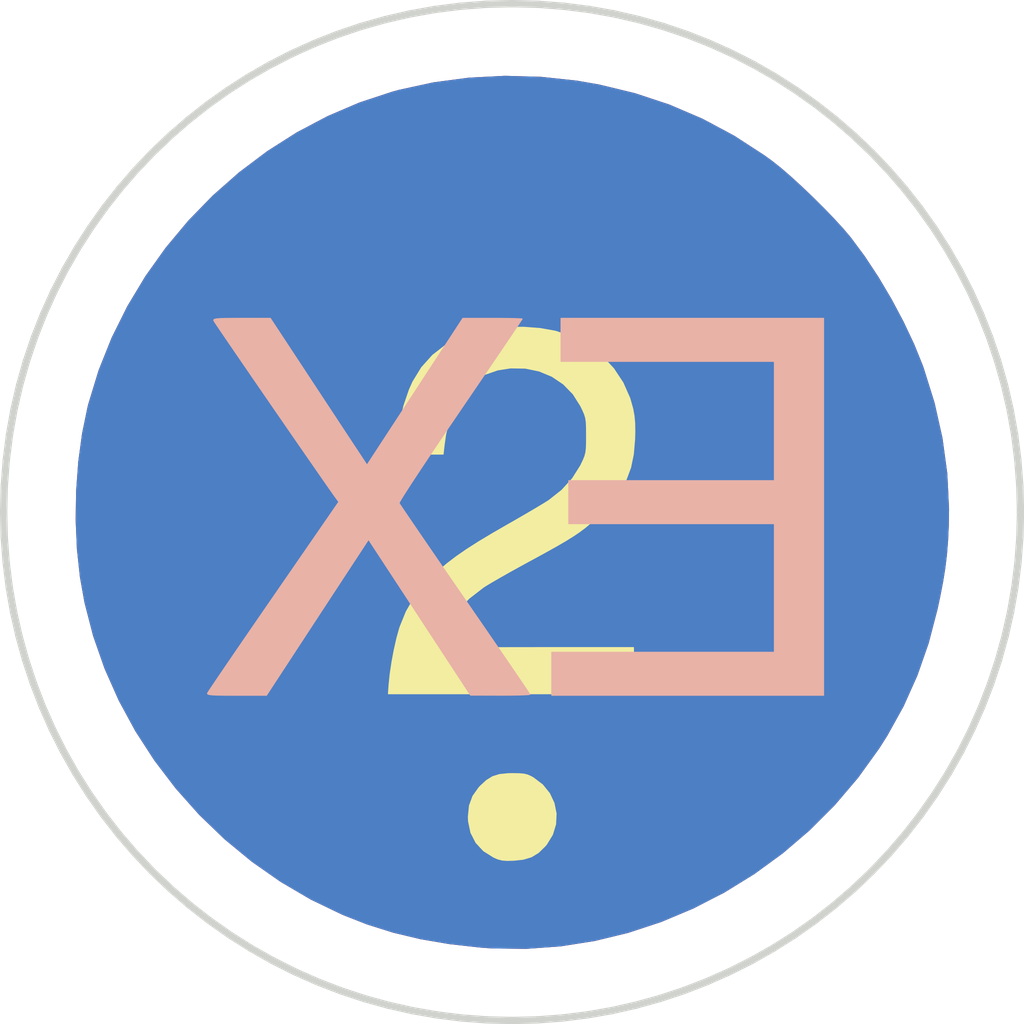
<source format=kicad_pcb>
(kicad_pcb (version 20171130) (host pcbnew 5.1.5+dfsg1-2build2)

  (general
    (thickness 1.6)
    (drawings 130)
    (tracks 0)
    (zones 0)
    (modules 4)
    (nets 1)
  )

  (page A4)
  (layers
    (0 F.Cu signal)
    (31 B.Cu signal)
    (32 B.Adhes user)
    (33 F.Adhes user)
    (34 B.Paste user)
    (35 F.Paste user)
    (36 B.SilkS user)
    (37 F.SilkS user)
    (38 B.Mask user)
    (39 F.Mask user)
    (40 Dwgs.User user)
    (41 Cmts.User user)
    (42 Eco1.User user)
    (43 Eco2.User user)
    (44 Edge.Cuts user)
    (45 Margin user)
    (46 B.CrtYd user)
    (47 F.CrtYd user)
    (48 B.Fab user)
    (49 F.Fab user)
  )

  (setup
    (last_trace_width 0.25)
    (trace_clearance 0.2)
    (zone_clearance 0.508)
    (zone_45_only no)
    (trace_min 0.2)
    (via_size 0.6)
    (via_drill 0.4)
    (via_min_size 0.4)
    (via_min_drill 0.3)
    (uvia_size 0.3)
    (uvia_drill 0.1)
    (uvias_allowed no)
    (uvia_min_size 0.2)
    (uvia_min_drill 0.1)
    (edge_width 0.15)
    (segment_width 0.2)
    (pcb_text_width 0.3)
    (pcb_text_size 1.5 1.5)
    (mod_edge_width 0.15)
    (mod_text_size 1 1)
    (mod_text_width 0.15)
    (pad_size 1.524 1.524)
    (pad_drill 0.762)
    (pad_to_mask_clearance 0.2)
    (aux_axis_origin 0 0)
    (visible_elements FFFFFF7F)
    (pcbplotparams
      (layerselection 0x010f0_ffffffff)
      (usegerberextensions false)
      (usegerberattributes false)
      (usegerberadvancedattributes false)
      (creategerberjobfile false)
      (excludeedgelayer true)
      (linewidth 0.100000)
      (plotframeref false)
      (viasonmask false)
      (mode 1)
      (useauxorigin false)
      (hpglpennumber 1)
      (hpglpenspeed 20)
      (hpglpendiameter 15.000000)
      (psnegative false)
      (psa4output false)
      (plotreference true)
      (plotvalue true)
      (plotinvisibletext false)
      (padsonsilk false)
      (subtractmaskfromsilk false)
      (outputformat 1)
      (mirror false)
      (drillshape 0)
      (scaleselection 1)
      (outputdirectory "gerbers/"))
  )

  (net 0 "")

  (net_class Default "This is the default net class."
    (clearance 0.2)
    (trace_width 0.25)
    (via_dia 0.6)
    (via_drill 0.4)
    (uvia_dia 0.3)
    (uvia_drill 0.1)
  )

  (module LOGO (layer F.Cu) (tedit 0) (tstamp 0)
    (at 0 0)
    (fp_text reference G*** (at 0 0) (layer F.SilkS) hide
      (effects (font (size 1.524 1.524) (thickness 0.3)))
    )
    (fp_text value LOGO (at 0.75 0) (layer F.SilkS) hide
      (effects (font (size 1.524 1.524) (thickness 0.3)))
    )
    (fp_poly (pts (xy -0.653666 -7.004494) (xy -0.162131 -6.951857) (xy 0.140773 -6.899218) (xy 0.632356 -6.7803)
      (xy 1.103543 -6.624376) (xy 1.555081 -6.431115) (xy 1.987714 -6.200188) (xy 2.402189 -5.931265)
      (xy 2.517121 -5.847596) (xy 2.632039 -5.756094) (xy 2.766843 -5.639358) (xy 2.91418 -5.504559)
      (xy 3.066697 -5.35887) (xy 3.217042 -5.209461) (xy 3.357863 -5.063506) (xy 3.481806 -4.928175)
      (xy 3.581519 -4.810642) (xy 3.586157 -4.804833) (xy 3.775778 -4.549418) (xy 3.963274 -4.26484)
      (xy 4.142561 -3.96199) (xy 4.307555 -3.65176) (xy 4.45217 -3.345041) (xy 4.570323 -3.052724)
      (xy 4.580125 -3.025609) (xy 4.730615 -2.544491) (xy 4.838822 -2.061537) (xy 4.904741 -1.576771)
      (xy 4.928369 -1.090217) (xy 4.924731 -0.85725) (xy 4.914848 -0.654055) (xy 4.89975 -0.467549)
      (xy 4.8778 -0.285602) (xy 4.847362 -0.096088) (xy 4.806797 0.113122) (xy 4.771477 0.277882)
      (xy 4.649815 0.744356) (xy 4.495622 1.186067) (xy 4.307054 1.607414) (xy 4.082268 2.012792)
      (xy 3.971125 2.187669) (xy 3.683055 2.587251) (xy 3.365904 2.959808) (xy 3.022156 3.3041)
      (xy 2.654298 3.618885) (xy 2.264815 3.902924) (xy 1.856194 4.154977) (xy 1.43092 4.373801)
      (xy 0.991479 4.558158) (xy 0.540358 4.706807) (xy 0.080041 4.818506) (xy -0.386985 4.892017)
      (xy -0.858235 4.926097) (xy -1.331223 4.919508) (xy -1.481666 4.908682) (xy -1.907703 4.861149)
      (xy -2.303099 4.79385) (xy -2.675558 4.704961) (xy -3.032785 4.592656) (xy -3.364929 4.462672)
      (xy -3.800305 4.253803) (xy -4.216549 4.009815) (xy -4.611722 3.733205) (xy -4.983884 3.426467)
      (xy -5.331093 3.092095) (xy -5.65141 2.732584) (xy -5.942893 2.350428) (xy -6.203602 1.948123)
      (xy -6.431597 1.528164) (xy -6.624937 1.093044) (xy -6.781682 0.645258) (xy -6.899891 0.187301)
      (xy -6.962158 -0.161807) (xy -7.003273 -0.542992) (xy -7.020364 -0.940226) (xy -7.013929 -1.343269)
      (xy -6.984464 -1.741884) (xy -6.932467 -2.12583) (xy -6.858435 -2.48487) (xy -6.847158 -2.529416)
      (xy -6.706761 -2.989062) (xy -6.52836 -3.435037) (xy -6.314157 -3.865115) (xy -6.066356 -4.277068)
      (xy -5.787161 -4.668668) (xy -5.478776 -5.037688) (xy -5.143404 -5.3819) (xy -4.78325 -5.699076)
      (xy -4.400517 -5.986988) (xy -3.997409 -6.24341) (xy -3.576129 -6.466113) (xy -3.138882 -6.652869)
      (xy -2.687871 -6.801451) (xy -2.596289 -6.82637) (xy -2.124388 -6.92893) (xy -1.639908 -6.992895)
      (xy -1.147963 -7.018128) (xy -0.653666 -7.004494)) (layer B.Cu) (width 0.01))
  )

  (module LOGO (layer F.Cu) (tedit 0) (tstamp 0)
    (at 0 0)
    (fp_text reference G*** (at 0 0) (layer F.SilkS) hide
      (effects (font (size 1.524 1.524) (thickness 0.3)))
    )
    (fp_text value LOGO (at 0.75 0) (layer F.SilkS) hide
      (effects (font (size 1.524 1.524) (thickness 0.3)))
    )
    (fp_poly (pts (xy -3.881803 -2.979208) (xy -3.769704 -2.808904) (xy -3.657291 -2.638166) (xy -3.548422 -2.472849)
      (xy -3.446952 -2.318808) (xy -3.356738 -2.181898) (xy -3.281638 -2.067975) (xy -3.225508 -1.982891)
      (xy -3.22047 -1.975261) (xy -3.036258 -1.696272) (xy -2.380671 -2.699967) (xy -1.725083 -3.703662)
      (xy -1.317625 -3.703914) (xy -1.191524 -3.703534) (xy -1.081289 -3.702326) (xy -0.993379 -3.700434)
      (xy -0.934253 -3.698) (xy -0.910368 -3.695168) (xy -0.910166 -3.694875) (xy -0.921789 -3.676298)
      (xy -0.955391 -3.625566) (xy -1.009077 -3.545482) (xy -1.080949 -3.438849) (xy -1.16911 -3.308469)
      (xy -1.271664 -3.157144) (xy -1.386713 -2.987679) (xy -1.512361 -2.802874) (xy -1.64671 -2.605532)
      (xy -1.757771 -2.442584) (xy -1.8976 -2.236953) (xy -2.029951 -2.041207) (xy -2.152944 -1.858193)
      (xy -2.264703 -1.690758) (xy -2.363351 -1.541749) (xy -2.447009 -1.414012) (xy -2.513799 -1.310396)
      (xy -2.561846 -1.233746) (xy -2.58927 -1.186909) (xy -2.595131 -1.172887) (xy -2.581718 -1.151526)
      (xy -2.546135 -1.098124) (xy -2.490285 -1.015466) (xy -2.41607 -0.906333) (xy -2.325393 -0.773508)
      (xy -2.220156 -0.619775) (xy -2.102261 -0.447915) (xy -1.973612 -0.260713) (xy -1.83611 -0.06095)
      (xy -1.69461 0.144313) (xy -1.550586 0.353251) (xy -1.413787 0.552038) (xy -1.286086 0.737931)
      (xy -1.169357 0.908185) (xy -1.065473 1.060057) (xy -0.97631 1.190805) (xy -0.90374 1.297683)
      (xy -0.849638 1.37795) (xy -0.815878 1.428861) (xy -0.804333 1.447658) (xy -0.824422 1.451581)
      (xy -0.880385 1.454914) (xy -0.965762 1.457468) (xy -1.074095 1.459056) (xy -1.198925 1.459492)
      (xy -1.211791 1.459466) (xy -1.61925 1.458432) (xy -2.317326 0.393258) (xy -3.015403 -0.671916)
      (xy -3.280695 -0.267166) (xy -3.357757 -0.149561) (xy -3.452895 -0.004318) (xy -3.561008 0.160773)
      (xy -3.676997 0.337925) (xy -3.795763 0.519349) (xy -3.912204 0.697255) (xy -3.978813 0.799042)
      (xy -4.41164 1.4605) (xy -4.822168 1.4605) (xy -4.964681 1.460147) (xy -5.069988 1.458812)
      (xy -5.143212 1.456084) (xy -5.189477 1.451551) (xy -5.213907 1.444802) (xy -5.221624 1.435425)
      (xy -5.220417 1.428503) (xy -5.206664 1.406274) (xy -5.170735 1.352024) (xy -5.114537 1.268548)
      (xy -5.039978 1.158639) (xy -4.948966 1.025093) (xy -4.843407 0.870703) (xy -4.72521 0.698263)
      (xy -4.596281 0.510568) (xy -4.45853 0.310412) (xy -4.315997 0.103682) (xy -3.423854 -1.189142)
      (xy -3.465009 -1.245446) (xy -3.498038 -1.291618) (xy -3.550638 -1.366402) (xy -3.620429 -1.466342)
      (xy -3.705031 -1.587982) (xy -3.802064 -1.727866) (xy -3.909147 -1.882539) (xy -4.023902 -2.048545)
      (xy -4.143948 -2.222428) (xy -4.266906 -2.400733) (xy -4.390394 -2.580004) (xy -4.512034 -2.756785)
      (xy -4.629446 -2.927621) (xy -4.740249 -3.089057) (xy -4.842063 -3.237635) (xy -4.932509 -3.369902)
      (xy -5.009207 -3.482401) (xy -5.069777 -3.571676) (xy -5.111838 -3.634272) (xy -5.133011 -3.666733)
      (xy -5.135048 -3.670338) (xy -5.135874 -3.682246) (xy -5.124353 -3.691011) (xy -5.095182 -3.697103)
      (xy -5.043058 -3.700992) (xy -4.962678 -3.703148) (xy -4.848741 -3.704041) (xy -4.753476 -3.704166)
      (xy -4.358923 -3.704166) (xy -3.881803 -2.979208)) (layer B.SilkS) (width 0.01))
    (fp_poly (pts (xy 3.217334 1.4605) (xy -0.508 1.4605) (xy -0.508 0.867834) (xy 2.54 0.867834)
      (xy 2.54 -0.889) (xy -0.275166 -0.889) (xy -0.275166 -1.481666) (xy 2.54 -1.481666)
      (xy 2.54 -3.1115) (xy -0.381 -3.1115) (xy -0.381 -3.704166) (xy 3.217334 -3.704166)
      (xy 3.217334 1.4605)) (layer B.SilkS) (width 0.01))
  )

  (module LOGO (layer F.Cu) (tedit 0) (tstamp 0)
    (at 0 0)
    (fp_text reference G*** (at 0 0) (layer F.SilkS) hide
      (effects (font (size 1.524 1.524) (thickness 0.3)))
    )
    (fp_text value LOGO (at 0.75 0) (layer F.SilkS) hide
      (effects (font (size 1.524 1.524) (thickness 0.3)))
    )
    (fp_poly (pts (xy -0.653666 -7.004494) (xy -0.162131 -6.951857) (xy 0.140773 -6.899218) (xy 0.632356 -6.7803)
      (xy 1.103543 -6.624376) (xy 1.555081 -6.431115) (xy 1.987714 -6.200188) (xy 2.402189 -5.931265)
      (xy 2.517121 -5.847596) (xy 2.632039 -5.756094) (xy 2.766843 -5.639358) (xy 2.91418 -5.504559)
      (xy 3.066697 -5.35887) (xy 3.217042 -5.209461) (xy 3.357863 -5.063506) (xy 3.481806 -4.928175)
      (xy 3.581519 -4.810642) (xy 3.586157 -4.804833) (xy 3.775778 -4.549418) (xy 3.963274 -4.26484)
      (xy 4.142561 -3.96199) (xy 4.307555 -3.65176) (xy 4.45217 -3.345041) (xy 4.570323 -3.052724)
      (xy 4.580125 -3.025609) (xy 4.730615 -2.544491) (xy 4.838822 -2.061537) (xy 4.904741 -1.576771)
      (xy 4.928369 -1.090217) (xy 4.924731 -0.85725) (xy 4.914848 -0.654055) (xy 4.89975 -0.467549)
      (xy 4.8778 -0.285602) (xy 4.847362 -0.096088) (xy 4.806797 0.113122) (xy 4.771477 0.277882)
      (xy 4.649815 0.744356) (xy 4.495622 1.186067) (xy 4.307054 1.607414) (xy 4.082268 2.012792)
      (xy 3.971125 2.187669) (xy 3.683055 2.587251) (xy 3.365904 2.959808) (xy 3.022156 3.3041)
      (xy 2.654298 3.618885) (xy 2.264815 3.902924) (xy 1.856194 4.154977) (xy 1.43092 4.373801)
      (xy 0.991479 4.558158) (xy 0.540358 4.706807) (xy 0.080041 4.818506) (xy -0.386985 4.892017)
      (xy -0.858235 4.926097) (xy -1.331223 4.919508) (xy -1.481666 4.908682) (xy -1.907703 4.861149)
      (xy -2.303099 4.79385) (xy -2.675558 4.704961) (xy -3.032785 4.592656) (xy -3.364929 4.462672)
      (xy -3.800305 4.253803) (xy -4.216549 4.009815) (xy -4.611722 3.733205) (xy -4.983884 3.426467)
      (xy -5.331093 3.092095) (xy -5.65141 2.732584) (xy -5.942893 2.350428) (xy -6.203602 1.948123)
      (xy -6.431597 1.528164) (xy -6.624937 1.093044) (xy -6.781682 0.645258) (xy -6.899891 0.187301)
      (xy -6.962158 -0.161807) (xy -7.003273 -0.542992) (xy -7.020364 -0.940226) (xy -7.013929 -1.343269)
      (xy -6.984464 -1.741884) (xy -6.932467 -2.12583) (xy -6.858435 -2.48487) (xy -6.847158 -2.529416)
      (xy -6.706761 -2.989062) (xy -6.52836 -3.435037) (xy -6.314157 -3.865115) (xy -6.066356 -4.277068)
      (xy -5.787161 -4.668668) (xy -5.478776 -5.037688) (xy -5.143404 -5.3819) (xy -4.78325 -5.699076)
      (xy -4.400517 -5.986988) (xy -3.997409 -6.24341) (xy -3.576129 -6.466113) (xy -3.138882 -6.652869)
      (xy -2.687871 -6.801451) (xy -2.596289 -6.82637) (xy -2.124388 -6.92893) (xy -1.639908 -6.992895)
      (xy -1.147963 -7.018128) (xy -0.653666 -7.004494)) (layer F.Cu) (width 0.01))
  )

  (module LOGO (layer F.Cu) (tedit 0) (tstamp 0)
    (at 0 0)
    (fp_text reference G*** (at 0 0) (layer F.SilkS) hide
      (effects (font (size 1.524 1.524) (thickness 0.3)))
    )
    (fp_text value LOGO (at 0.75 0) (layer F.SilkS) hide
      (effects (font (size 1.524 1.524) (thickness 0.3)))
    )
    (fp_poly (pts (xy -0.951661 2.530912) (xy -0.884409 2.536921) (xy -0.832541 2.550288) (xy -0.782607 2.573707)
      (xy -0.758485 2.587476) (xy -0.631097 2.684397) (xy -0.535689 2.802844) (xy -0.473341 2.936568)
      (xy -0.44513 3.079317) (xy -0.452137 3.224842) (xy -0.49544 3.36689) (xy -0.576118 3.499213)
      (xy -0.596834 3.523961) (xy -0.688681 3.613292) (xy -0.78491 3.672072) (xy -0.897642 3.705815)
      (xy -1.026583 3.7195) (xy -1.1202 3.721825) (xy -1.187881 3.716528) (xy -1.245708 3.701113)
      (xy -1.302193 3.676732) (xy -1.440396 3.589464) (xy -1.545066 3.476921) (xy -1.614674 3.341539)
      (xy -1.647693 3.185754) (xy -1.650328 3.122084) (xy -1.635158 2.969944) (xy -1.587822 2.839844)
      (xy -1.504708 2.722571) (xy -1.4858 2.702248) (xy -1.399841 2.623069) (xy -1.315811 2.571374)
      (xy -1.221049 2.54217) (xy -1.102891 2.530467) (xy -1.04775 2.529569) (xy -0.951661 2.530912)) (layer F.SilkS) (width 0.01))
    (fp_poly (pts (xy -0.665243 -3.564997) (xy -0.459344 -3.528014) (xy -0.445306 -3.524459) (xy -0.21506 -3.444382)
      (xy -0.0049 -3.330456) (xy 0.181623 -3.186264) (xy 0.340964 -3.015386) (xy 0.469575 -2.821405)
      (xy 0.563907 -2.607901) (xy 0.604132 -2.465014) (xy 0.621865 -2.367053) (xy 0.63106 -2.264233)
      (xy 0.632572 -2.14261) (xy 0.629813 -2.046192) (xy 0.612242 -1.839555) (xy 0.574496 -1.657896)
      (xy 0.512689 -1.492691) (xy 0.422938 -1.335419) (xy 0.301359 -1.177557) (xy 0.169334 -1.035783)
      (xy 0.09395 -0.961506) (xy 0.022835 -0.89594) (xy -0.049157 -0.835639) (xy -0.127174 -0.777162)
      (xy -0.216361 -0.717066) (xy -0.321865 -0.651907) (xy -0.448832 -0.578242) (xy -0.602409 -0.49263)
      (xy -0.787741 -0.391625) (xy -0.817914 -0.375304) (xy -0.958044 -0.298838) (xy -1.093416 -0.223642)
      (xy -1.217183 -0.153619) (xy -1.322498 -0.092675) (xy -1.402511 -0.044715) (xy -1.442331 -0.019254)
      (xy -1.637133 0.131152) (xy -1.791298 0.29089) (xy -1.905703 0.461) (xy -1.969649 0.606591)
      (xy -1.985017 0.646921) (xy -1.999332 0.681421) (xy -2.009696 0.710542) (xy -2.013216 0.734734)
      (xy -2.006995 0.754447) (xy -1.988138 0.770132) (xy -1.95375 0.782239) (xy -1.900934 0.791219)
      (xy -1.826796 0.797523) (xy -1.728439 0.801599) (xy -1.602969 0.8039) (xy -1.44749 0.804875)
      (xy -1.259106 0.804975) (xy -1.034922 0.80465) (xy -0.772043 0.804351) (xy -0.6985 0.804334)
      (xy 0.613834 0.804334) (xy 0.613834 1.439334) (xy -2.744566 1.439334) (xy -2.736164 1.317625)
      (xy -2.721206 1.17044) (xy -2.696567 1.005096) (xy -2.664986 0.835979) (xy -2.629202 0.677471)
      (xy -2.591956 0.543959) (xy -2.584478 0.521243) (xy -2.500373 0.313808) (xy -2.394945 0.129972)
      (xy -2.260471 -0.04244) (xy -2.159906 -0.148166) (xy -2.052639 -0.249226) (xy -1.939033 -0.345672)
      (xy -1.813595 -0.44133) (xy -1.670832 -0.540026) (xy -1.50525 -0.645585) (xy -1.311355 -0.761831)
      (xy -1.121833 -0.870962) (xy -0.987819 -0.947576) (xy -0.858875 -1.022255) (xy -0.741936 -1.090909)
      (xy -0.643933 -1.14945) (xy -0.571799 -1.19379) (xy -0.544049 -1.211722) (xy -0.369101 -1.350276)
      (xy -0.223974 -1.509358) (xy -0.114484 -1.682552) (xy -0.111135 -1.689262) (xy -0.077046 -1.759857)
      (xy -0.054449 -1.815311) (xy -0.040982 -1.867708) (xy -0.034284 -1.929131) (xy -0.031995 -2.011662)
      (xy -0.03175 -2.0955) (xy -0.03227 -2.201999) (xy -0.03541 -2.27826) (xy -0.043539 -2.336378)
      (xy -0.059027 -2.388447) (xy -0.084243 -2.446562) (xy -0.111461 -2.502397) (xy -0.214707 -2.665739)
      (xy -0.346709 -2.801035) (xy -0.50285 -2.906287) (xy -0.678516 -2.979495) (xy -0.869089 -3.018659)
      (xy -1.069953 -3.02178) (xy -1.246999 -2.994209) (xy -1.428015 -2.931593) (xy -1.58402 -2.834947)
      (xy -1.715049 -2.704225) (xy -1.821134 -2.53938) (xy -1.902311 -2.340365) (xy -1.958611 -2.107131)
      (xy -1.979102 -1.963208) (xy -1.992713 -1.8415) (xy -2.630915 -1.8415) (xy -2.61688 -2.041158)
      (xy -2.587385 -2.271588) (xy -2.533245 -2.504241) (xy -2.458775 -2.72267) (xy -2.408531 -2.835223)
      (xy -2.289238 -3.029904) (xy -2.137834 -3.198471) (xy -1.957227 -3.338592) (xy -1.750327 -3.447937)
      (xy -1.562186 -3.513249) (xy -1.355711 -3.555849) (xy -1.127808 -3.57877) (xy -0.892858 -3.581867)
      (xy -0.665243 -3.564997)) (layer F.SilkS) (width 0.01))
  )

  (gr_line (start 5.9113 -1.0498) (end 5.9028 -0.7046) (layer Edge.Cuts) (width 0.1))
  (gr_line (start 5.9028 -0.7046) (end 5.8774 -0.3618) (layer Edge.Cuts) (width 0.1))
  (gr_line (start 5.8774 -0.3618) (end 5.8351 -0.0219) (layer Edge.Cuts) (width 0.1))
  (gr_line (start 5.8351 -0.0219) (end 5.7764 0.3147) (layer Edge.Cuts) (width 0.1))
  (gr_line (start 5.7764 0.3147) (end 5.7014 0.647) (layer Edge.Cuts) (width 0.1))
  (gr_line (start 5.7014 0.647) (end 5.6105 0.9748) (layer Edge.Cuts) (width 0.1))
  (gr_line (start 5.6105 0.9748) (end 5.5037 1.2974) (layer Edge.Cuts) (width 0.1))
  (gr_line (start 5.5037 1.2974) (end 5.3814 1.6142) (layer Edge.Cuts) (width 0.1))
  (gr_line (start 5.3814 1.6142) (end 5.2439 1.9247) (layer Edge.Cuts) (width 0.1))
  (gr_line (start 5.2439 1.9247) (end 5.0913 2.2282) (layer Edge.Cuts) (width 0.1))
  (gr_line (start 5.0913 2.2282) (end 4.9239 2.5243) (layer Edge.Cuts) (width 0.1))
  (gr_line (start 4.9239 2.5243) (end 4.7418 2.8123) (layer Edge.Cuts) (width 0.1))
  (gr_line (start 4.7418 2.8123) (end 4.5454 3.0918) (layer Edge.Cuts) (width 0.1))
  (gr_line (start 4.5454 3.0918) (end 4.3349 3.362) (layer Edge.Cuts) (width 0.1))
  (gr_line (start 4.3349 3.362) (end 4.1105 3.6225) (layer Edge.Cuts) (width 0.1))
  (gr_line (start 4.1105 3.6225) (end 3.8725 3.8726) (layer Edge.Cuts) (width 0.1))
  (gr_line (start 3.8725 3.8726) (end 3.6223 4.1107) (layer Edge.Cuts) (width 0.1))
  (gr_line (start 3.6223 4.1107) (end 3.3619 4.335) (layer Edge.Cuts) (width 0.1))
  (gr_line (start 3.3619 4.335) (end 3.0916 4.5455) (layer Edge.Cuts) (width 0.1))
  (gr_line (start 3.0916 4.5455) (end 2.8122 4.742) (layer Edge.Cuts) (width 0.1))
  (gr_line (start 2.8122 4.742) (end 2.5241 4.924) (layer Edge.Cuts) (width 0.1))
  (gr_line (start 2.5241 4.924) (end 2.228 5.0915) (layer Edge.Cuts) (width 0.1))
  (gr_line (start 2.228 5.0915) (end 1.9245 5.2441) (layer Edge.Cuts) (width 0.1))
  (gr_line (start 1.9245 5.2441) (end 1.614 5.3816) (layer Edge.Cuts) (width 0.1))
  (gr_line (start 1.614 5.3816) (end 1.2973 5.5039) (layer Edge.Cuts) (width 0.1))
  (gr_line (start 1.2973 5.5039) (end 0.9746 5.6107) (layer Edge.Cuts) (width 0.1))
  (gr_line (start 0.9746 5.6107) (end 0.6469 5.7016) (layer Edge.Cuts) (width 0.1))
  (gr_line (start 0.6469 5.7016) (end 0.3145 5.7766) (layer Edge.Cuts) (width 0.1))
  (gr_line (start 0.3145 5.7766) (end -0.022 5.8353) (layer Edge.Cuts) (width 0.1))
  (gr_line (start -0.022 5.8353) (end -0.362 5.8775) (layer Edge.Cuts) (width 0.1))
  (gr_line (start -0.362 5.8775) (end -0.7047 5.903) (layer Edge.Cuts) (width 0.1))
  (gr_line (start -0.7047 5.903) (end -1.05 5.9115) (layer Edge.Cuts) (width 0.1))
  (gr_line (start -1.05 5.9115) (end -1.3952 5.903) (layer Edge.Cuts) (width 0.1))
  (gr_line (start -1.3952 5.903) (end -1.738 5.8775) (layer Edge.Cuts) (width 0.1))
  (gr_line (start -1.738 5.8775) (end -2.078 5.8353) (layer Edge.Cuts) (width 0.1))
  (gr_line (start -2.078 5.8353) (end -2.4144 5.7766) (layer Edge.Cuts) (width 0.1))
  (gr_line (start -2.4144 5.7766) (end -2.7468 5.7016) (layer Edge.Cuts) (width 0.1))
  (gr_line (start -2.7468 5.7016) (end -3.0746 5.6107) (layer Edge.Cuts) (width 0.1))
  (gr_line (start -3.0746 5.6107) (end -3.3972 5.5039) (layer Edge.Cuts) (width 0.1))
  (gr_line (start -3.3972 5.5039) (end -3.714 5.3816) (layer Edge.Cuts) (width 0.1))
  (gr_line (start -3.714 5.3816) (end -4.0244 5.2441) (layer Edge.Cuts) (width 0.1))
  (gr_line (start -4.0244 5.2441) (end -4.328 5.0915) (layer Edge.Cuts) (width 0.1))
  (gr_line (start -4.328 5.0915) (end -4.6241 4.924) (layer Edge.Cuts) (width 0.1))
  (gr_line (start -4.6241 4.924) (end -4.9122 4.742) (layer Edge.Cuts) (width 0.1))
  (gr_line (start -4.9122 4.742) (end -5.1915 4.5455) (layer Edge.Cuts) (width 0.1))
  (gr_line (start -5.1915 4.5455) (end -5.4618 4.335) (layer Edge.Cuts) (width 0.1))
  (gr_line (start -5.4618 4.335) (end -5.7222 4.1107) (layer Edge.Cuts) (width 0.1))
  (gr_line (start -5.7222 4.1107) (end -5.9724 3.8726) (layer Edge.Cuts) (width 0.1))
  (gr_line (start -5.9724 3.8726) (end -6.2104 3.6225) (layer Edge.Cuts) (width 0.1))
  (gr_line (start -6.2104 3.6225) (end -6.4349 3.362) (layer Edge.Cuts) (width 0.1))
  (gr_line (start -6.4349 3.362) (end -6.6453 3.0918) (layer Edge.Cuts) (width 0.1))
  (gr_line (start -6.6453 3.0918) (end -6.8417 2.8123) (layer Edge.Cuts) (width 0.1))
  (gr_line (start -6.8417 2.8123) (end -7.0238 2.5243) (layer Edge.Cuts) (width 0.1))
  (gr_line (start -7.0238 2.5243) (end -7.1912 2.2282) (layer Edge.Cuts) (width 0.1))
  (gr_line (start -7.1912 2.2282) (end -7.3438 1.9247) (layer Edge.Cuts) (width 0.1))
  (gr_line (start -7.3438 1.9247) (end -7.4814 1.6142) (layer Edge.Cuts) (width 0.1))
  (gr_line (start -7.4814 1.6142) (end -7.6036 1.2974) (layer Edge.Cuts) (width 0.1))
  (gr_line (start -7.6036 1.2974) (end -7.7104 0.9748) (layer Edge.Cuts) (width 0.1))
  (gr_line (start -7.7104 0.9748) (end -7.8014 0.647) (layer Edge.Cuts) (width 0.1))
  (gr_line (start -7.8014 0.647) (end -7.8763 0.3147) (layer Edge.Cuts) (width 0.1))
  (gr_line (start -7.8763 0.3147) (end -7.935 -0.0219) (layer Edge.Cuts) (width 0.1))
  (gr_line (start -7.935 -0.0219) (end -7.9773 -0.3618) (layer Edge.Cuts) (width 0.1))
  (gr_line (start -7.9773 -0.3618) (end -8.0028 -0.7046) (layer Edge.Cuts) (width 0.1))
  (gr_line (start -8.0028 -0.7046) (end -8.0113 -1.0498) (layer Edge.Cuts) (width 0.1))
  (gr_line (start -8.0113 -1.0498) (end -8.0023 -1.408) (layer Edge.Cuts) (width 0.1))
  (gr_line (start -8.0023 -1.408) (end -7.9754 -1.7615) (layer Edge.Cuts) (width 0.1))
  (gr_line (start -7.9754 -1.7615) (end -7.9312 -2.11) (layer Edge.Cuts) (width 0.1))
  (gr_line (start -7.9312 -2.11) (end -7.8699 -2.4527) (layer Edge.Cuts) (width 0.1))
  (gr_line (start -7.8699 -2.4527) (end -7.7922 -2.7895) (layer Edge.Cuts) (width 0.1))
  (gr_line (start -7.7922 -2.7895) (end -7.6984 -3.1199) (layer Edge.Cuts) (width 0.1))
  (gr_line (start -7.6984 -3.1199) (end -7.589 -3.4434) (layer Edge.Cuts) (width 0.1))
  (gr_line (start -7.589 -3.4434) (end -7.4643 -3.7594) (layer Edge.Cuts) (width 0.1))
  (gr_line (start -7.4643 -3.7594) (end -7.3249 -4.0679) (layer Edge.Cuts) (width 0.1))
  (gr_line (start -7.3249 -4.0679) (end -7.1711 -4.368) (layer Edge.Cuts) (width 0.1))
  (gr_line (start -7.1711 -4.368) (end -7.0035 -4.6595) (layer Edge.Cuts) (width 0.1))
  (gr_line (start -7.0035 -4.6595) (end -6.8224 -4.942) (layer Edge.Cuts) (width 0.1))
  (gr_line (start -6.8224 -4.942) (end -6.6284 -5.2149) (layer Edge.Cuts) (width 0.1))
  (gr_line (start -6.6284 -5.2149) (end -6.4217 -5.4779) (layer Edge.Cuts) (width 0.1))
  (gr_line (start -6.4217 -5.4779) (end -6.2029 -5.7305) (layer Edge.Cuts) (width 0.1))
  (gr_line (start -6.2029 -5.7305) (end -5.9724 -5.9722) (layer Edge.Cuts) (width 0.1))
  (gr_line (start -5.9724 -5.9722) (end -5.7306 -6.2027) (layer Edge.Cuts) (width 0.1))
  (gr_line (start -5.7306 -6.2027) (end -5.4781 -6.4215) (layer Edge.Cuts) (width 0.1))
  (gr_line (start -5.4781 -6.4215) (end -5.215 -6.6281) (layer Edge.Cuts) (width 0.1))
  (gr_line (start -5.215 -6.6281) (end -4.9422 -6.8222) (layer Edge.Cuts) (width 0.1))
  (gr_line (start -4.9422 -6.8222) (end -4.6597 -7.0034) (layer Edge.Cuts) (width 0.1))
  (gr_line (start -4.6597 -7.0034) (end -4.3682 -7.1709) (layer Edge.Cuts) (width 0.1))
  (gr_line (start -4.3682 -7.1709) (end -4.068 -7.3247) (layer Edge.Cuts) (width 0.1))
  (gr_line (start -4.068 -7.3247) (end -3.7597 -7.4641) (layer Edge.Cuts) (width 0.1))
  (gr_line (start -3.7597 -7.4641) (end -3.4436 -7.5888) (layer Edge.Cuts) (width 0.1))
  (gr_line (start -3.4436 -7.5888) (end -3.1201 -7.6981) (layer Edge.Cuts) (width 0.1))
  (gr_line (start -3.1201 -7.6981) (end -2.7897 -7.792) (layer Edge.Cuts) (width 0.1))
  (gr_line (start -2.7897 -7.792) (end -2.453 -7.8697) (layer Edge.Cuts) (width 0.1))
  (gr_line (start -2.453 -7.8697) (end -2.1102 -7.9309) (layer Edge.Cuts) (width 0.1))
  (gr_line (start -2.1102 -7.9309) (end -1.7617 -7.9752) (layer Edge.Cuts) (width 0.1))
  (gr_line (start -1.7617 -7.9752) (end -1.4083 -8.0021) (layer Edge.Cuts) (width 0.1))
  (gr_line (start -1.4083 -8.0021) (end -1.05 -8.0111) (layer Edge.Cuts) (width 0.1))
  (gr_line (start -1.05 -8.0111) (end -0.6917 -8.0021) (layer Edge.Cuts) (width 0.1))
  (gr_line (start -0.6917 -8.0021) (end -0.3383 -7.9752) (layer Edge.Cuts) (width 0.1))
  (gr_line (start -0.3383 -7.9752) (end 0.0102 -7.9309) (layer Edge.Cuts) (width 0.1))
  (gr_line (start 0.0102 -7.9309) (end 0.353 -7.8697) (layer Edge.Cuts) (width 0.1))
  (gr_line (start 0.353 -7.8697) (end 0.6898 -7.792) (layer Edge.Cuts) (width 0.1))
  (gr_line (start 0.6898 -7.792) (end 1.0201 -7.6981) (layer Edge.Cuts) (width 0.1))
  (gr_line (start 1.0201 -7.6981) (end 1.3436 -7.5888) (layer Edge.Cuts) (width 0.1))
  (gr_line (start 1.3436 -7.5888) (end 1.6597 -7.4641) (layer Edge.Cuts) (width 0.1))
  (gr_line (start 1.6597 -7.4641) (end 1.968 -7.3247) (layer Edge.Cuts) (width 0.1))
  (gr_line (start 1.968 -7.3247) (end 2.2682 -7.1709) (layer Edge.Cuts) (width 0.1))
  (gr_line (start 2.2682 -7.1709) (end 2.5598 -7.0034) (layer Edge.Cuts) (width 0.1))
  (gr_line (start 2.5598 -7.0034) (end 2.8422 -6.8222) (layer Edge.Cuts) (width 0.1))
  (gr_line (start 2.8422 -6.8222) (end 3.1151 -6.6281) (layer Edge.Cuts) (width 0.1))
  (gr_line (start 3.1151 -6.6281) (end 3.3781 -6.4215) (layer Edge.Cuts) (width 0.1))
  (gr_line (start 3.3781 -6.4215) (end 3.6306 -6.2027) (layer Edge.Cuts) (width 0.1))
  (gr_line (start 3.6306 -6.2027) (end 3.8725 -5.9722) (layer Edge.Cuts) (width 0.1))
  (gr_line (start 3.8725 -5.9722) (end 4.1029 -5.7305) (layer Edge.Cuts) (width 0.1))
  (gr_line (start 4.1029 -5.7305) (end 4.3218 -5.4779) (layer Edge.Cuts) (width 0.1))
  (gr_line (start 4.3218 -5.4779) (end 4.5284 -5.2149) (layer Edge.Cuts) (width 0.1))
  (gr_line (start 4.5284 -5.2149) (end 4.7225 -4.942) (layer Edge.Cuts) (width 0.1))
  (gr_line (start 4.7225 -4.942) (end 4.9035 -4.6595) (layer Edge.Cuts) (width 0.1))
  (gr_line (start 4.9035 -4.6595) (end 5.0712 -4.368) (layer Edge.Cuts) (width 0.1))
  (gr_line (start 5.0712 -4.368) (end 5.2249 -4.0679) (layer Edge.Cuts) (width 0.1))
  (gr_line (start 5.2249 -4.0679) (end 5.3643 -3.7594) (layer Edge.Cuts) (width 0.1))
  (gr_line (start 5.3643 -3.7594) (end 5.489 -3.4434) (layer Edge.Cuts) (width 0.1))
  (gr_line (start 5.489 -3.4434) (end 5.5984 -3.1199) (layer Edge.Cuts) (width 0.1))
  (gr_line (start 5.5984 -3.1199) (end 5.6922 -2.7895) (layer Edge.Cuts) (width 0.1))
  (gr_line (start 5.6922 -2.7895) (end 5.7699 -2.4527) (layer Edge.Cuts) (width 0.1))
  (gr_line (start 5.7699 -2.4527) (end 5.8312 -2.11) (layer Edge.Cuts) (width 0.1))
  (gr_line (start 5.8312 -2.11) (end 5.8754 -1.7615) (layer Edge.Cuts) (width 0.1))
  (gr_line (start 5.8754 -1.7615) (end 5.9023 -1.408) (layer Edge.Cuts) (width 0.1))
  (gr_line (start 5.9023 -1.408) (end 5.9113 -1.0498) (layer Edge.Cuts) (width 0.1))
  (gr_line (start 5.9113 -1.0498) (end 5.9113 -1.0498) (layer Edge.Cuts) (width 0.1))
  (gr_line (start 5.9113 -1.0498) (end 5.9113 -1.0498) (layer Edge.Cuts) (width 0.1))

)

</source>
